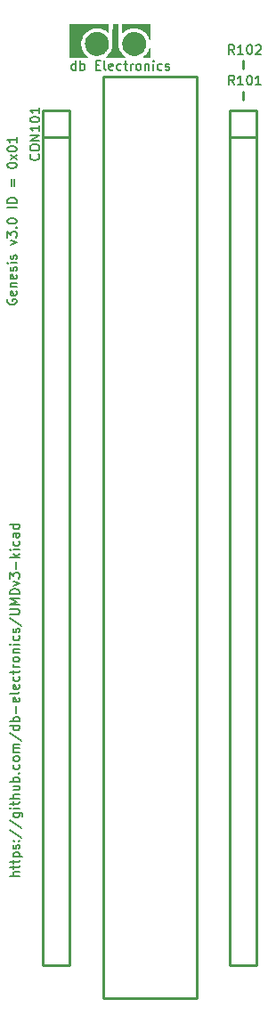
<source format=gto>
G04 #@! TF.GenerationSoftware,KiCad,Pcbnew,7.0.8*
G04 #@! TF.CreationDate,2023-12-16T13:01:39-05:00*
G04 #@! TF.ProjectId,genesis-umd,67656e65-7369-4732-9d75-6d642e6b6963,3.0*
G04 #@! TF.SameCoordinates,Original*
G04 #@! TF.FileFunction,Legend,Top*
G04 #@! TF.FilePolarity,Positive*
%FSLAX46Y46*%
G04 Gerber Fmt 4.6, Leading zero omitted, Abs format (unit mm)*
G04 Created by KiCad (PCBNEW 7.0.8) date 2023-12-16 13:01:39*
%MOMM*%
%LPD*%
G01*
G04 APERTURE LIST*
%ADD10C,0.152400*%
%ADD11C,0.203200*%
%ADD12C,0.254000*%
%ADD13C,0.010000*%
G04 APERTURE END LIST*
D10*
X137752667Y-60982344D02*
X137752667Y-60093344D01*
X137752667Y-60940011D02*
X137668001Y-60982344D01*
X137668001Y-60982344D02*
X137498667Y-60982344D01*
X137498667Y-60982344D02*
X137414001Y-60940011D01*
X137414001Y-60940011D02*
X137371667Y-60897677D01*
X137371667Y-60897677D02*
X137329334Y-60813011D01*
X137329334Y-60813011D02*
X137329334Y-60559011D01*
X137329334Y-60559011D02*
X137371667Y-60474344D01*
X137371667Y-60474344D02*
X137414001Y-60432011D01*
X137414001Y-60432011D02*
X137498667Y-60389677D01*
X137498667Y-60389677D02*
X137668001Y-60389677D01*
X137668001Y-60389677D02*
X137752667Y-60432011D01*
X138176000Y-60982344D02*
X138176000Y-60093344D01*
X138176000Y-60432011D02*
X138260667Y-60389677D01*
X138260667Y-60389677D02*
X138430000Y-60389677D01*
X138430000Y-60389677D02*
X138514667Y-60432011D01*
X138514667Y-60432011D02*
X138557000Y-60474344D01*
X138557000Y-60474344D02*
X138599334Y-60559011D01*
X138599334Y-60559011D02*
X138599334Y-60813011D01*
X138599334Y-60813011D02*
X138557000Y-60897677D01*
X138557000Y-60897677D02*
X138514667Y-60940011D01*
X138514667Y-60940011D02*
X138430000Y-60982344D01*
X138430000Y-60982344D02*
X138260667Y-60982344D01*
X138260667Y-60982344D02*
X138176000Y-60940011D01*
X139657666Y-60516677D02*
X139954000Y-60516677D01*
X140081000Y-60982344D02*
X139657666Y-60982344D01*
X139657666Y-60982344D02*
X139657666Y-60093344D01*
X139657666Y-60093344D02*
X140081000Y-60093344D01*
X140588999Y-60982344D02*
X140504333Y-60940011D01*
X140504333Y-60940011D02*
X140461999Y-60855344D01*
X140461999Y-60855344D02*
X140461999Y-60093344D01*
X141266333Y-60940011D02*
X141181666Y-60982344D01*
X141181666Y-60982344D02*
X141012333Y-60982344D01*
X141012333Y-60982344D02*
X140927666Y-60940011D01*
X140927666Y-60940011D02*
X140885333Y-60855344D01*
X140885333Y-60855344D02*
X140885333Y-60516677D01*
X140885333Y-60516677D02*
X140927666Y-60432011D01*
X140927666Y-60432011D02*
X141012333Y-60389677D01*
X141012333Y-60389677D02*
X141181666Y-60389677D01*
X141181666Y-60389677D02*
X141266333Y-60432011D01*
X141266333Y-60432011D02*
X141308666Y-60516677D01*
X141308666Y-60516677D02*
X141308666Y-60601344D01*
X141308666Y-60601344D02*
X140885333Y-60686011D01*
X142070666Y-60940011D02*
X141986000Y-60982344D01*
X141986000Y-60982344D02*
X141816666Y-60982344D01*
X141816666Y-60982344D02*
X141732000Y-60940011D01*
X141732000Y-60940011D02*
X141689666Y-60897677D01*
X141689666Y-60897677D02*
X141647333Y-60813011D01*
X141647333Y-60813011D02*
X141647333Y-60559011D01*
X141647333Y-60559011D02*
X141689666Y-60474344D01*
X141689666Y-60474344D02*
X141732000Y-60432011D01*
X141732000Y-60432011D02*
X141816666Y-60389677D01*
X141816666Y-60389677D02*
X141986000Y-60389677D01*
X141986000Y-60389677D02*
X142070666Y-60432011D01*
X142324666Y-60389677D02*
X142663333Y-60389677D01*
X142451666Y-60093344D02*
X142451666Y-60855344D01*
X142451666Y-60855344D02*
X142494000Y-60940011D01*
X142494000Y-60940011D02*
X142578666Y-60982344D01*
X142578666Y-60982344D02*
X142663333Y-60982344D01*
X142959666Y-60982344D02*
X142959666Y-60389677D01*
X142959666Y-60559011D02*
X143002000Y-60474344D01*
X143002000Y-60474344D02*
X143044333Y-60432011D01*
X143044333Y-60432011D02*
X143129000Y-60389677D01*
X143129000Y-60389677D02*
X143213666Y-60389677D01*
X143636999Y-60982344D02*
X143552333Y-60940011D01*
X143552333Y-60940011D02*
X143509999Y-60897677D01*
X143509999Y-60897677D02*
X143467666Y-60813011D01*
X143467666Y-60813011D02*
X143467666Y-60559011D01*
X143467666Y-60559011D02*
X143509999Y-60474344D01*
X143509999Y-60474344D02*
X143552333Y-60432011D01*
X143552333Y-60432011D02*
X143636999Y-60389677D01*
X143636999Y-60389677D02*
X143763999Y-60389677D01*
X143763999Y-60389677D02*
X143848666Y-60432011D01*
X143848666Y-60432011D02*
X143890999Y-60474344D01*
X143890999Y-60474344D02*
X143933333Y-60559011D01*
X143933333Y-60559011D02*
X143933333Y-60813011D01*
X143933333Y-60813011D02*
X143890999Y-60897677D01*
X143890999Y-60897677D02*
X143848666Y-60940011D01*
X143848666Y-60940011D02*
X143763999Y-60982344D01*
X143763999Y-60982344D02*
X143636999Y-60982344D01*
X144314332Y-60389677D02*
X144314332Y-60982344D01*
X144314332Y-60474344D02*
X144356666Y-60432011D01*
X144356666Y-60432011D02*
X144441332Y-60389677D01*
X144441332Y-60389677D02*
X144568332Y-60389677D01*
X144568332Y-60389677D02*
X144652999Y-60432011D01*
X144652999Y-60432011D02*
X144695332Y-60516677D01*
X144695332Y-60516677D02*
X144695332Y-60982344D01*
X145118665Y-60982344D02*
X145118665Y-60389677D01*
X145118665Y-60093344D02*
X145076332Y-60135677D01*
X145076332Y-60135677D02*
X145118665Y-60178011D01*
X145118665Y-60178011D02*
X145160999Y-60135677D01*
X145160999Y-60135677D02*
X145118665Y-60093344D01*
X145118665Y-60093344D02*
X145118665Y-60178011D01*
X145922998Y-60940011D02*
X145838332Y-60982344D01*
X145838332Y-60982344D02*
X145668998Y-60982344D01*
X145668998Y-60982344D02*
X145584332Y-60940011D01*
X145584332Y-60940011D02*
X145541998Y-60897677D01*
X145541998Y-60897677D02*
X145499665Y-60813011D01*
X145499665Y-60813011D02*
X145499665Y-60559011D01*
X145499665Y-60559011D02*
X145541998Y-60474344D01*
X145541998Y-60474344D02*
X145584332Y-60432011D01*
X145584332Y-60432011D02*
X145668998Y-60389677D01*
X145668998Y-60389677D02*
X145838332Y-60389677D01*
X145838332Y-60389677D02*
X145922998Y-60432011D01*
X146261665Y-60940011D02*
X146346332Y-60982344D01*
X146346332Y-60982344D02*
X146515665Y-60982344D01*
X146515665Y-60982344D02*
X146600332Y-60940011D01*
X146600332Y-60940011D02*
X146642665Y-60855344D01*
X146642665Y-60855344D02*
X146642665Y-60813011D01*
X146642665Y-60813011D02*
X146600332Y-60728344D01*
X146600332Y-60728344D02*
X146515665Y-60686011D01*
X146515665Y-60686011D02*
X146388665Y-60686011D01*
X146388665Y-60686011D02*
X146303998Y-60643677D01*
X146303998Y-60643677D02*
X146261665Y-60559011D01*
X146261665Y-60559011D02*
X146261665Y-60516677D01*
X146261665Y-60516677D02*
X146303998Y-60432011D01*
X146303998Y-60432011D02*
X146388665Y-60389677D01*
X146388665Y-60389677D02*
X146515665Y-60389677D01*
X146515665Y-60389677D02*
X146600332Y-60432011D01*
X131255677Y-82761666D02*
X131213344Y-82846333D01*
X131213344Y-82846333D02*
X131213344Y-82973333D01*
X131213344Y-82973333D02*
X131255677Y-83100333D01*
X131255677Y-83100333D02*
X131340344Y-83185000D01*
X131340344Y-83185000D02*
X131425011Y-83227333D01*
X131425011Y-83227333D02*
X131594344Y-83269666D01*
X131594344Y-83269666D02*
X131721344Y-83269666D01*
X131721344Y-83269666D02*
X131890677Y-83227333D01*
X131890677Y-83227333D02*
X131975344Y-83185000D01*
X131975344Y-83185000D02*
X132060011Y-83100333D01*
X132060011Y-83100333D02*
X132102344Y-82973333D01*
X132102344Y-82973333D02*
X132102344Y-82888666D01*
X132102344Y-82888666D02*
X132060011Y-82761666D01*
X132060011Y-82761666D02*
X132017677Y-82719333D01*
X132017677Y-82719333D02*
X131721344Y-82719333D01*
X131721344Y-82719333D02*
X131721344Y-82888666D01*
X132060011Y-81999666D02*
X132102344Y-82084333D01*
X132102344Y-82084333D02*
X132102344Y-82253666D01*
X132102344Y-82253666D02*
X132060011Y-82338333D01*
X132060011Y-82338333D02*
X131975344Y-82380666D01*
X131975344Y-82380666D02*
X131636677Y-82380666D01*
X131636677Y-82380666D02*
X131552011Y-82338333D01*
X131552011Y-82338333D02*
X131509677Y-82253666D01*
X131509677Y-82253666D02*
X131509677Y-82084333D01*
X131509677Y-82084333D02*
X131552011Y-81999666D01*
X131552011Y-81999666D02*
X131636677Y-81957333D01*
X131636677Y-81957333D02*
X131721344Y-81957333D01*
X131721344Y-81957333D02*
X131806011Y-82380666D01*
X131509677Y-81576333D02*
X132102344Y-81576333D01*
X131594344Y-81576333D02*
X131552011Y-81534000D01*
X131552011Y-81534000D02*
X131509677Y-81449333D01*
X131509677Y-81449333D02*
X131509677Y-81322333D01*
X131509677Y-81322333D02*
X131552011Y-81237666D01*
X131552011Y-81237666D02*
X131636677Y-81195333D01*
X131636677Y-81195333D02*
X132102344Y-81195333D01*
X132060011Y-80433333D02*
X132102344Y-80518000D01*
X132102344Y-80518000D02*
X132102344Y-80687333D01*
X132102344Y-80687333D02*
X132060011Y-80772000D01*
X132060011Y-80772000D02*
X131975344Y-80814333D01*
X131975344Y-80814333D02*
X131636677Y-80814333D01*
X131636677Y-80814333D02*
X131552011Y-80772000D01*
X131552011Y-80772000D02*
X131509677Y-80687333D01*
X131509677Y-80687333D02*
X131509677Y-80518000D01*
X131509677Y-80518000D02*
X131552011Y-80433333D01*
X131552011Y-80433333D02*
X131636677Y-80391000D01*
X131636677Y-80391000D02*
X131721344Y-80391000D01*
X131721344Y-80391000D02*
X131806011Y-80814333D01*
X132060011Y-80052333D02*
X132102344Y-79967667D01*
X132102344Y-79967667D02*
X132102344Y-79798333D01*
X132102344Y-79798333D02*
X132060011Y-79713667D01*
X132060011Y-79713667D02*
X131975344Y-79671333D01*
X131975344Y-79671333D02*
X131933011Y-79671333D01*
X131933011Y-79671333D02*
X131848344Y-79713667D01*
X131848344Y-79713667D02*
X131806011Y-79798333D01*
X131806011Y-79798333D02*
X131806011Y-79925333D01*
X131806011Y-79925333D02*
X131763677Y-80010000D01*
X131763677Y-80010000D02*
X131679011Y-80052333D01*
X131679011Y-80052333D02*
X131636677Y-80052333D01*
X131636677Y-80052333D02*
X131552011Y-80010000D01*
X131552011Y-80010000D02*
X131509677Y-79925333D01*
X131509677Y-79925333D02*
X131509677Y-79798333D01*
X131509677Y-79798333D02*
X131552011Y-79713667D01*
X132102344Y-79290333D02*
X131509677Y-79290333D01*
X131213344Y-79290333D02*
X131255677Y-79332666D01*
X131255677Y-79332666D02*
X131298011Y-79290333D01*
X131298011Y-79290333D02*
X131255677Y-79248000D01*
X131255677Y-79248000D02*
X131213344Y-79290333D01*
X131213344Y-79290333D02*
X131298011Y-79290333D01*
X132060011Y-78909333D02*
X132102344Y-78824667D01*
X132102344Y-78824667D02*
X132102344Y-78655333D01*
X132102344Y-78655333D02*
X132060011Y-78570667D01*
X132060011Y-78570667D02*
X131975344Y-78528333D01*
X131975344Y-78528333D02*
X131933011Y-78528333D01*
X131933011Y-78528333D02*
X131848344Y-78570667D01*
X131848344Y-78570667D02*
X131806011Y-78655333D01*
X131806011Y-78655333D02*
X131806011Y-78782333D01*
X131806011Y-78782333D02*
X131763677Y-78867000D01*
X131763677Y-78867000D02*
X131679011Y-78909333D01*
X131679011Y-78909333D02*
X131636677Y-78909333D01*
X131636677Y-78909333D02*
X131552011Y-78867000D01*
X131552011Y-78867000D02*
X131509677Y-78782333D01*
X131509677Y-78782333D02*
X131509677Y-78655333D01*
X131509677Y-78655333D02*
X131552011Y-78570667D01*
X131509677Y-77554667D02*
X132102344Y-77343000D01*
X132102344Y-77343000D02*
X131509677Y-77131333D01*
X131213344Y-76877334D02*
X131213344Y-76327000D01*
X131213344Y-76327000D02*
X131552011Y-76623334D01*
X131552011Y-76623334D02*
X131552011Y-76496334D01*
X131552011Y-76496334D02*
X131594344Y-76411667D01*
X131594344Y-76411667D02*
X131636677Y-76369334D01*
X131636677Y-76369334D02*
X131721344Y-76327000D01*
X131721344Y-76327000D02*
X131933011Y-76327000D01*
X131933011Y-76327000D02*
X132017677Y-76369334D01*
X132017677Y-76369334D02*
X132060011Y-76411667D01*
X132060011Y-76411667D02*
X132102344Y-76496334D01*
X132102344Y-76496334D02*
X132102344Y-76750334D01*
X132102344Y-76750334D02*
X132060011Y-76835000D01*
X132060011Y-76835000D02*
X132017677Y-76877334D01*
X132017677Y-75946000D02*
X132060011Y-75903667D01*
X132060011Y-75903667D02*
X132102344Y-75946000D01*
X132102344Y-75946000D02*
X132060011Y-75988333D01*
X132060011Y-75988333D02*
X132017677Y-75946000D01*
X132017677Y-75946000D02*
X132102344Y-75946000D01*
X131213344Y-75353334D02*
X131213344Y-75268667D01*
X131213344Y-75268667D02*
X131255677Y-75184000D01*
X131255677Y-75184000D02*
X131298011Y-75141667D01*
X131298011Y-75141667D02*
X131382677Y-75099334D01*
X131382677Y-75099334D02*
X131552011Y-75057000D01*
X131552011Y-75057000D02*
X131763677Y-75057000D01*
X131763677Y-75057000D02*
X131933011Y-75099334D01*
X131933011Y-75099334D02*
X132017677Y-75141667D01*
X132017677Y-75141667D02*
X132060011Y-75184000D01*
X132060011Y-75184000D02*
X132102344Y-75268667D01*
X132102344Y-75268667D02*
X132102344Y-75353334D01*
X132102344Y-75353334D02*
X132060011Y-75438000D01*
X132060011Y-75438000D02*
X132017677Y-75480334D01*
X132017677Y-75480334D02*
X131933011Y-75522667D01*
X131933011Y-75522667D02*
X131763677Y-75565000D01*
X131763677Y-75565000D02*
X131552011Y-75565000D01*
X131552011Y-75565000D02*
X131382677Y-75522667D01*
X131382677Y-75522667D02*
X131298011Y-75480334D01*
X131298011Y-75480334D02*
X131255677Y-75438000D01*
X131255677Y-75438000D02*
X131213344Y-75353334D01*
X132102344Y-73998667D02*
X131213344Y-73998667D01*
X132102344Y-73575334D02*
X131213344Y-73575334D01*
X131213344Y-73575334D02*
X131213344Y-73363667D01*
X131213344Y-73363667D02*
X131255677Y-73236667D01*
X131255677Y-73236667D02*
X131340344Y-73152001D01*
X131340344Y-73152001D02*
X131425011Y-73109667D01*
X131425011Y-73109667D02*
X131594344Y-73067334D01*
X131594344Y-73067334D02*
X131721344Y-73067334D01*
X131721344Y-73067334D02*
X131890677Y-73109667D01*
X131890677Y-73109667D02*
X131975344Y-73152001D01*
X131975344Y-73152001D02*
X132060011Y-73236667D01*
X132060011Y-73236667D02*
X132102344Y-73363667D01*
X132102344Y-73363667D02*
X132102344Y-73575334D01*
X131636677Y-72009001D02*
X131636677Y-71331668D01*
X131890677Y-71331668D02*
X131890677Y-72009001D01*
X131213344Y-70061668D02*
X131213344Y-69977001D01*
X131213344Y-69977001D02*
X131255677Y-69892334D01*
X131255677Y-69892334D02*
X131298011Y-69850001D01*
X131298011Y-69850001D02*
X131382677Y-69807668D01*
X131382677Y-69807668D02*
X131552011Y-69765334D01*
X131552011Y-69765334D02*
X131763677Y-69765334D01*
X131763677Y-69765334D02*
X131933011Y-69807668D01*
X131933011Y-69807668D02*
X132017677Y-69850001D01*
X132017677Y-69850001D02*
X132060011Y-69892334D01*
X132060011Y-69892334D02*
X132102344Y-69977001D01*
X132102344Y-69977001D02*
X132102344Y-70061668D01*
X132102344Y-70061668D02*
X132060011Y-70146334D01*
X132060011Y-70146334D02*
X132017677Y-70188668D01*
X132017677Y-70188668D02*
X131933011Y-70231001D01*
X131933011Y-70231001D02*
X131763677Y-70273334D01*
X131763677Y-70273334D02*
X131552011Y-70273334D01*
X131552011Y-70273334D02*
X131382677Y-70231001D01*
X131382677Y-70231001D02*
X131298011Y-70188668D01*
X131298011Y-70188668D02*
X131255677Y-70146334D01*
X131255677Y-70146334D02*
X131213344Y-70061668D01*
X132102344Y-69469001D02*
X131509677Y-69003334D01*
X131509677Y-69469001D02*
X132102344Y-69003334D01*
X131213344Y-68495334D02*
X131213344Y-68410667D01*
X131213344Y-68410667D02*
X131255677Y-68326000D01*
X131255677Y-68326000D02*
X131298011Y-68283667D01*
X131298011Y-68283667D02*
X131382677Y-68241334D01*
X131382677Y-68241334D02*
X131552011Y-68199000D01*
X131552011Y-68199000D02*
X131763677Y-68199000D01*
X131763677Y-68199000D02*
X131933011Y-68241334D01*
X131933011Y-68241334D02*
X132017677Y-68283667D01*
X132017677Y-68283667D02*
X132060011Y-68326000D01*
X132060011Y-68326000D02*
X132102344Y-68410667D01*
X132102344Y-68410667D02*
X132102344Y-68495334D01*
X132102344Y-68495334D02*
X132060011Y-68580000D01*
X132060011Y-68580000D02*
X132017677Y-68622334D01*
X132017677Y-68622334D02*
X131933011Y-68664667D01*
X131933011Y-68664667D02*
X131763677Y-68707000D01*
X131763677Y-68707000D02*
X131552011Y-68707000D01*
X131552011Y-68707000D02*
X131382677Y-68664667D01*
X131382677Y-68664667D02*
X131298011Y-68622334D01*
X131298011Y-68622334D02*
X131255677Y-68580000D01*
X131255677Y-68580000D02*
X131213344Y-68495334D01*
X132102344Y-67352333D02*
X132102344Y-67860333D01*
X132102344Y-67606333D02*
X131213344Y-67606333D01*
X131213344Y-67606333D02*
X131340344Y-67691000D01*
X131340344Y-67691000D02*
X131425011Y-67775667D01*
X131425011Y-67775667D02*
X131467344Y-67860333D01*
X132356344Y-137604496D02*
X131467344Y-137604496D01*
X132356344Y-137223496D02*
X131890677Y-137223496D01*
X131890677Y-137223496D02*
X131806011Y-137265829D01*
X131806011Y-137265829D02*
X131763677Y-137350496D01*
X131763677Y-137350496D02*
X131763677Y-137477496D01*
X131763677Y-137477496D02*
X131806011Y-137562163D01*
X131806011Y-137562163D02*
X131848344Y-137604496D01*
X131763677Y-136927163D02*
X131763677Y-136588496D01*
X131467344Y-136800163D02*
X132229344Y-136800163D01*
X132229344Y-136800163D02*
X132314011Y-136757830D01*
X132314011Y-136757830D02*
X132356344Y-136673163D01*
X132356344Y-136673163D02*
X132356344Y-136588496D01*
X131763677Y-136419163D02*
X131763677Y-136080496D01*
X131467344Y-136292163D02*
X132229344Y-136292163D01*
X132229344Y-136292163D02*
X132314011Y-136249830D01*
X132314011Y-136249830D02*
X132356344Y-136165163D01*
X132356344Y-136165163D02*
X132356344Y-136080496D01*
X131763677Y-135784163D02*
X132652677Y-135784163D01*
X131806011Y-135784163D02*
X131763677Y-135699496D01*
X131763677Y-135699496D02*
X131763677Y-135530163D01*
X131763677Y-135530163D02*
X131806011Y-135445496D01*
X131806011Y-135445496D02*
X131848344Y-135403163D01*
X131848344Y-135403163D02*
X131933011Y-135360830D01*
X131933011Y-135360830D02*
X132187011Y-135360830D01*
X132187011Y-135360830D02*
X132271677Y-135403163D01*
X132271677Y-135403163D02*
X132314011Y-135445496D01*
X132314011Y-135445496D02*
X132356344Y-135530163D01*
X132356344Y-135530163D02*
X132356344Y-135699496D01*
X132356344Y-135699496D02*
X132314011Y-135784163D01*
X132314011Y-135022163D02*
X132356344Y-134937497D01*
X132356344Y-134937497D02*
X132356344Y-134768163D01*
X132356344Y-134768163D02*
X132314011Y-134683497D01*
X132314011Y-134683497D02*
X132229344Y-134641163D01*
X132229344Y-134641163D02*
X132187011Y-134641163D01*
X132187011Y-134641163D02*
X132102344Y-134683497D01*
X132102344Y-134683497D02*
X132060011Y-134768163D01*
X132060011Y-134768163D02*
X132060011Y-134895163D01*
X132060011Y-134895163D02*
X132017677Y-134979830D01*
X132017677Y-134979830D02*
X131933011Y-135022163D01*
X131933011Y-135022163D02*
X131890677Y-135022163D01*
X131890677Y-135022163D02*
X131806011Y-134979830D01*
X131806011Y-134979830D02*
X131763677Y-134895163D01*
X131763677Y-134895163D02*
X131763677Y-134768163D01*
X131763677Y-134768163D02*
X131806011Y-134683497D01*
X132271677Y-134260163D02*
X132314011Y-134217830D01*
X132314011Y-134217830D02*
X132356344Y-134260163D01*
X132356344Y-134260163D02*
X132314011Y-134302496D01*
X132314011Y-134302496D02*
X132271677Y-134260163D01*
X132271677Y-134260163D02*
X132356344Y-134260163D01*
X131806011Y-134260163D02*
X131848344Y-134217830D01*
X131848344Y-134217830D02*
X131890677Y-134260163D01*
X131890677Y-134260163D02*
X131848344Y-134302496D01*
X131848344Y-134302496D02*
X131806011Y-134260163D01*
X131806011Y-134260163D02*
X131890677Y-134260163D01*
X131425011Y-133201830D02*
X132568011Y-133963830D01*
X131425011Y-132270497D02*
X132568011Y-133032497D01*
X131763677Y-131593164D02*
X132483344Y-131593164D01*
X132483344Y-131593164D02*
X132568011Y-131635497D01*
X132568011Y-131635497D02*
X132610344Y-131677831D01*
X132610344Y-131677831D02*
X132652677Y-131762497D01*
X132652677Y-131762497D02*
X132652677Y-131889497D01*
X132652677Y-131889497D02*
X132610344Y-131974164D01*
X132314011Y-131593164D02*
X132356344Y-131677831D01*
X132356344Y-131677831D02*
X132356344Y-131847164D01*
X132356344Y-131847164D02*
X132314011Y-131931831D01*
X132314011Y-131931831D02*
X132271677Y-131974164D01*
X132271677Y-131974164D02*
X132187011Y-132016497D01*
X132187011Y-132016497D02*
X131933011Y-132016497D01*
X131933011Y-132016497D02*
X131848344Y-131974164D01*
X131848344Y-131974164D02*
X131806011Y-131931831D01*
X131806011Y-131931831D02*
X131763677Y-131847164D01*
X131763677Y-131847164D02*
X131763677Y-131677831D01*
X131763677Y-131677831D02*
X131806011Y-131593164D01*
X132356344Y-131169831D02*
X131763677Y-131169831D01*
X131467344Y-131169831D02*
X131509677Y-131212164D01*
X131509677Y-131212164D02*
X131552011Y-131169831D01*
X131552011Y-131169831D02*
X131509677Y-131127498D01*
X131509677Y-131127498D02*
X131467344Y-131169831D01*
X131467344Y-131169831D02*
X131552011Y-131169831D01*
X131763677Y-130873498D02*
X131763677Y-130534831D01*
X131467344Y-130746498D02*
X132229344Y-130746498D01*
X132229344Y-130746498D02*
X132314011Y-130704165D01*
X132314011Y-130704165D02*
X132356344Y-130619498D01*
X132356344Y-130619498D02*
X132356344Y-130534831D01*
X132356344Y-130238498D02*
X131467344Y-130238498D01*
X132356344Y-129857498D02*
X131890677Y-129857498D01*
X131890677Y-129857498D02*
X131806011Y-129899831D01*
X131806011Y-129899831D02*
X131763677Y-129984498D01*
X131763677Y-129984498D02*
X131763677Y-130111498D01*
X131763677Y-130111498D02*
X131806011Y-130196165D01*
X131806011Y-130196165D02*
X131848344Y-130238498D01*
X131763677Y-129053165D02*
X132356344Y-129053165D01*
X131763677Y-129434165D02*
X132229344Y-129434165D01*
X132229344Y-129434165D02*
X132314011Y-129391832D01*
X132314011Y-129391832D02*
X132356344Y-129307165D01*
X132356344Y-129307165D02*
X132356344Y-129180165D01*
X132356344Y-129180165D02*
X132314011Y-129095498D01*
X132314011Y-129095498D02*
X132271677Y-129053165D01*
X132356344Y-128629832D02*
X131467344Y-128629832D01*
X131806011Y-128629832D02*
X131763677Y-128545165D01*
X131763677Y-128545165D02*
X131763677Y-128375832D01*
X131763677Y-128375832D02*
X131806011Y-128291165D01*
X131806011Y-128291165D02*
X131848344Y-128248832D01*
X131848344Y-128248832D02*
X131933011Y-128206499D01*
X131933011Y-128206499D02*
X132187011Y-128206499D01*
X132187011Y-128206499D02*
X132271677Y-128248832D01*
X132271677Y-128248832D02*
X132314011Y-128291165D01*
X132314011Y-128291165D02*
X132356344Y-128375832D01*
X132356344Y-128375832D02*
X132356344Y-128545165D01*
X132356344Y-128545165D02*
X132314011Y-128629832D01*
X132271677Y-127825499D02*
X132314011Y-127783166D01*
X132314011Y-127783166D02*
X132356344Y-127825499D01*
X132356344Y-127825499D02*
X132314011Y-127867832D01*
X132314011Y-127867832D02*
X132271677Y-127825499D01*
X132271677Y-127825499D02*
X132356344Y-127825499D01*
X132314011Y-127021166D02*
X132356344Y-127105833D01*
X132356344Y-127105833D02*
X132356344Y-127275166D01*
X132356344Y-127275166D02*
X132314011Y-127359833D01*
X132314011Y-127359833D02*
X132271677Y-127402166D01*
X132271677Y-127402166D02*
X132187011Y-127444499D01*
X132187011Y-127444499D02*
X131933011Y-127444499D01*
X131933011Y-127444499D02*
X131848344Y-127402166D01*
X131848344Y-127402166D02*
X131806011Y-127359833D01*
X131806011Y-127359833D02*
X131763677Y-127275166D01*
X131763677Y-127275166D02*
X131763677Y-127105833D01*
X131763677Y-127105833D02*
X131806011Y-127021166D01*
X132356344Y-126513166D02*
X132314011Y-126597833D01*
X132314011Y-126597833D02*
X132271677Y-126640166D01*
X132271677Y-126640166D02*
X132187011Y-126682499D01*
X132187011Y-126682499D02*
X131933011Y-126682499D01*
X131933011Y-126682499D02*
X131848344Y-126640166D01*
X131848344Y-126640166D02*
X131806011Y-126597833D01*
X131806011Y-126597833D02*
X131763677Y-126513166D01*
X131763677Y-126513166D02*
X131763677Y-126386166D01*
X131763677Y-126386166D02*
X131806011Y-126301499D01*
X131806011Y-126301499D02*
X131848344Y-126259166D01*
X131848344Y-126259166D02*
X131933011Y-126216833D01*
X131933011Y-126216833D02*
X132187011Y-126216833D01*
X132187011Y-126216833D02*
X132271677Y-126259166D01*
X132271677Y-126259166D02*
X132314011Y-126301499D01*
X132314011Y-126301499D02*
X132356344Y-126386166D01*
X132356344Y-126386166D02*
X132356344Y-126513166D01*
X132356344Y-125835833D02*
X131763677Y-125835833D01*
X131848344Y-125835833D02*
X131806011Y-125793500D01*
X131806011Y-125793500D02*
X131763677Y-125708833D01*
X131763677Y-125708833D02*
X131763677Y-125581833D01*
X131763677Y-125581833D02*
X131806011Y-125497166D01*
X131806011Y-125497166D02*
X131890677Y-125454833D01*
X131890677Y-125454833D02*
X132356344Y-125454833D01*
X131890677Y-125454833D02*
X131806011Y-125412500D01*
X131806011Y-125412500D02*
X131763677Y-125327833D01*
X131763677Y-125327833D02*
X131763677Y-125200833D01*
X131763677Y-125200833D02*
X131806011Y-125116166D01*
X131806011Y-125116166D02*
X131890677Y-125073833D01*
X131890677Y-125073833D02*
X132356344Y-125073833D01*
X131425011Y-124015500D02*
X132568011Y-124777500D01*
X132356344Y-123338167D02*
X131467344Y-123338167D01*
X132314011Y-123338167D02*
X132356344Y-123422834D01*
X132356344Y-123422834D02*
X132356344Y-123592167D01*
X132356344Y-123592167D02*
X132314011Y-123676834D01*
X132314011Y-123676834D02*
X132271677Y-123719167D01*
X132271677Y-123719167D02*
X132187011Y-123761500D01*
X132187011Y-123761500D02*
X131933011Y-123761500D01*
X131933011Y-123761500D02*
X131848344Y-123719167D01*
X131848344Y-123719167D02*
X131806011Y-123676834D01*
X131806011Y-123676834D02*
X131763677Y-123592167D01*
X131763677Y-123592167D02*
X131763677Y-123422834D01*
X131763677Y-123422834D02*
X131806011Y-123338167D01*
X132356344Y-122914834D02*
X131467344Y-122914834D01*
X131806011Y-122914834D02*
X131763677Y-122830167D01*
X131763677Y-122830167D02*
X131763677Y-122660834D01*
X131763677Y-122660834D02*
X131806011Y-122576167D01*
X131806011Y-122576167D02*
X131848344Y-122533834D01*
X131848344Y-122533834D02*
X131933011Y-122491501D01*
X131933011Y-122491501D02*
X132187011Y-122491501D01*
X132187011Y-122491501D02*
X132271677Y-122533834D01*
X132271677Y-122533834D02*
X132314011Y-122576167D01*
X132314011Y-122576167D02*
X132356344Y-122660834D01*
X132356344Y-122660834D02*
X132356344Y-122830167D01*
X132356344Y-122830167D02*
X132314011Y-122914834D01*
X132017677Y-122110501D02*
X132017677Y-121433168D01*
X132314011Y-120671167D02*
X132356344Y-120755834D01*
X132356344Y-120755834D02*
X132356344Y-120925167D01*
X132356344Y-120925167D02*
X132314011Y-121009834D01*
X132314011Y-121009834D02*
X132229344Y-121052167D01*
X132229344Y-121052167D02*
X131890677Y-121052167D01*
X131890677Y-121052167D02*
X131806011Y-121009834D01*
X131806011Y-121009834D02*
X131763677Y-120925167D01*
X131763677Y-120925167D02*
X131763677Y-120755834D01*
X131763677Y-120755834D02*
X131806011Y-120671167D01*
X131806011Y-120671167D02*
X131890677Y-120628834D01*
X131890677Y-120628834D02*
X131975344Y-120628834D01*
X131975344Y-120628834D02*
X132060011Y-121052167D01*
X132356344Y-120120834D02*
X132314011Y-120205501D01*
X132314011Y-120205501D02*
X132229344Y-120247834D01*
X132229344Y-120247834D02*
X131467344Y-120247834D01*
X132314011Y-119443500D02*
X132356344Y-119528167D01*
X132356344Y-119528167D02*
X132356344Y-119697500D01*
X132356344Y-119697500D02*
X132314011Y-119782167D01*
X132314011Y-119782167D02*
X132229344Y-119824500D01*
X132229344Y-119824500D02*
X131890677Y-119824500D01*
X131890677Y-119824500D02*
X131806011Y-119782167D01*
X131806011Y-119782167D02*
X131763677Y-119697500D01*
X131763677Y-119697500D02*
X131763677Y-119528167D01*
X131763677Y-119528167D02*
X131806011Y-119443500D01*
X131806011Y-119443500D02*
X131890677Y-119401167D01*
X131890677Y-119401167D02*
X131975344Y-119401167D01*
X131975344Y-119401167D02*
X132060011Y-119824500D01*
X132314011Y-118639167D02*
X132356344Y-118723834D01*
X132356344Y-118723834D02*
X132356344Y-118893167D01*
X132356344Y-118893167D02*
X132314011Y-118977834D01*
X132314011Y-118977834D02*
X132271677Y-119020167D01*
X132271677Y-119020167D02*
X132187011Y-119062500D01*
X132187011Y-119062500D02*
X131933011Y-119062500D01*
X131933011Y-119062500D02*
X131848344Y-119020167D01*
X131848344Y-119020167D02*
X131806011Y-118977834D01*
X131806011Y-118977834D02*
X131763677Y-118893167D01*
X131763677Y-118893167D02*
X131763677Y-118723834D01*
X131763677Y-118723834D02*
X131806011Y-118639167D01*
X131763677Y-118385167D02*
X131763677Y-118046500D01*
X131467344Y-118258167D02*
X132229344Y-118258167D01*
X132229344Y-118258167D02*
X132314011Y-118215834D01*
X132314011Y-118215834D02*
X132356344Y-118131167D01*
X132356344Y-118131167D02*
X132356344Y-118046500D01*
X132356344Y-117750167D02*
X131763677Y-117750167D01*
X131933011Y-117750167D02*
X131848344Y-117707834D01*
X131848344Y-117707834D02*
X131806011Y-117665500D01*
X131806011Y-117665500D02*
X131763677Y-117580834D01*
X131763677Y-117580834D02*
X131763677Y-117496167D01*
X132356344Y-117072834D02*
X132314011Y-117157501D01*
X132314011Y-117157501D02*
X132271677Y-117199834D01*
X132271677Y-117199834D02*
X132187011Y-117242167D01*
X132187011Y-117242167D02*
X131933011Y-117242167D01*
X131933011Y-117242167D02*
X131848344Y-117199834D01*
X131848344Y-117199834D02*
X131806011Y-117157501D01*
X131806011Y-117157501D02*
X131763677Y-117072834D01*
X131763677Y-117072834D02*
X131763677Y-116945834D01*
X131763677Y-116945834D02*
X131806011Y-116861167D01*
X131806011Y-116861167D02*
X131848344Y-116818834D01*
X131848344Y-116818834D02*
X131933011Y-116776501D01*
X131933011Y-116776501D02*
X132187011Y-116776501D01*
X132187011Y-116776501D02*
X132271677Y-116818834D01*
X132271677Y-116818834D02*
X132314011Y-116861167D01*
X132314011Y-116861167D02*
X132356344Y-116945834D01*
X132356344Y-116945834D02*
X132356344Y-117072834D01*
X131763677Y-116395501D02*
X132356344Y-116395501D01*
X131848344Y-116395501D02*
X131806011Y-116353168D01*
X131806011Y-116353168D02*
X131763677Y-116268501D01*
X131763677Y-116268501D02*
X131763677Y-116141501D01*
X131763677Y-116141501D02*
X131806011Y-116056834D01*
X131806011Y-116056834D02*
X131890677Y-116014501D01*
X131890677Y-116014501D02*
X132356344Y-116014501D01*
X132356344Y-115591168D02*
X131763677Y-115591168D01*
X131467344Y-115591168D02*
X131509677Y-115633501D01*
X131509677Y-115633501D02*
X131552011Y-115591168D01*
X131552011Y-115591168D02*
X131509677Y-115548835D01*
X131509677Y-115548835D02*
X131467344Y-115591168D01*
X131467344Y-115591168D02*
X131552011Y-115591168D01*
X132314011Y-114786835D02*
X132356344Y-114871502D01*
X132356344Y-114871502D02*
X132356344Y-115040835D01*
X132356344Y-115040835D02*
X132314011Y-115125502D01*
X132314011Y-115125502D02*
X132271677Y-115167835D01*
X132271677Y-115167835D02*
X132187011Y-115210168D01*
X132187011Y-115210168D02*
X131933011Y-115210168D01*
X131933011Y-115210168D02*
X131848344Y-115167835D01*
X131848344Y-115167835D02*
X131806011Y-115125502D01*
X131806011Y-115125502D02*
X131763677Y-115040835D01*
X131763677Y-115040835D02*
X131763677Y-114871502D01*
X131763677Y-114871502D02*
X131806011Y-114786835D01*
X132314011Y-114448168D02*
X132356344Y-114363502D01*
X132356344Y-114363502D02*
X132356344Y-114194168D01*
X132356344Y-114194168D02*
X132314011Y-114109502D01*
X132314011Y-114109502D02*
X132229344Y-114067168D01*
X132229344Y-114067168D02*
X132187011Y-114067168D01*
X132187011Y-114067168D02*
X132102344Y-114109502D01*
X132102344Y-114109502D02*
X132060011Y-114194168D01*
X132060011Y-114194168D02*
X132060011Y-114321168D01*
X132060011Y-114321168D02*
X132017677Y-114405835D01*
X132017677Y-114405835D02*
X131933011Y-114448168D01*
X131933011Y-114448168D02*
X131890677Y-114448168D01*
X131890677Y-114448168D02*
X131806011Y-114405835D01*
X131806011Y-114405835D02*
X131763677Y-114321168D01*
X131763677Y-114321168D02*
X131763677Y-114194168D01*
X131763677Y-114194168D02*
X131806011Y-114109502D01*
X131425011Y-113051168D02*
X132568011Y-113813168D01*
X131467344Y-112754835D02*
X132187011Y-112754835D01*
X132187011Y-112754835D02*
X132271677Y-112712502D01*
X132271677Y-112712502D02*
X132314011Y-112670168D01*
X132314011Y-112670168D02*
X132356344Y-112585502D01*
X132356344Y-112585502D02*
X132356344Y-112416168D01*
X132356344Y-112416168D02*
X132314011Y-112331502D01*
X132314011Y-112331502D02*
X132271677Y-112289168D01*
X132271677Y-112289168D02*
X132187011Y-112246835D01*
X132187011Y-112246835D02*
X131467344Y-112246835D01*
X132356344Y-111823502D02*
X131467344Y-111823502D01*
X131467344Y-111823502D02*
X132102344Y-111527169D01*
X132102344Y-111527169D02*
X131467344Y-111230835D01*
X131467344Y-111230835D02*
X132356344Y-111230835D01*
X132356344Y-110807502D02*
X131467344Y-110807502D01*
X131467344Y-110807502D02*
X131467344Y-110595835D01*
X131467344Y-110595835D02*
X131509677Y-110468835D01*
X131509677Y-110468835D02*
X131594344Y-110384169D01*
X131594344Y-110384169D02*
X131679011Y-110341835D01*
X131679011Y-110341835D02*
X131848344Y-110299502D01*
X131848344Y-110299502D02*
X131975344Y-110299502D01*
X131975344Y-110299502D02*
X132144677Y-110341835D01*
X132144677Y-110341835D02*
X132229344Y-110384169D01*
X132229344Y-110384169D02*
X132314011Y-110468835D01*
X132314011Y-110468835D02*
X132356344Y-110595835D01*
X132356344Y-110595835D02*
X132356344Y-110807502D01*
X131763677Y-110003169D02*
X132356344Y-109791502D01*
X132356344Y-109791502D02*
X131763677Y-109579835D01*
X131467344Y-109325836D02*
X131467344Y-108775502D01*
X131467344Y-108775502D02*
X131806011Y-109071836D01*
X131806011Y-109071836D02*
X131806011Y-108944836D01*
X131806011Y-108944836D02*
X131848344Y-108860169D01*
X131848344Y-108860169D02*
X131890677Y-108817836D01*
X131890677Y-108817836D02*
X131975344Y-108775502D01*
X131975344Y-108775502D02*
X132187011Y-108775502D01*
X132187011Y-108775502D02*
X132271677Y-108817836D01*
X132271677Y-108817836D02*
X132314011Y-108860169D01*
X132314011Y-108860169D02*
X132356344Y-108944836D01*
X132356344Y-108944836D02*
X132356344Y-109198836D01*
X132356344Y-109198836D02*
X132314011Y-109283502D01*
X132314011Y-109283502D02*
X132271677Y-109325836D01*
X132017677Y-108394502D02*
X132017677Y-107717169D01*
X132356344Y-107293835D02*
X131467344Y-107293835D01*
X132017677Y-107209168D02*
X132356344Y-106955168D01*
X131763677Y-106955168D02*
X132102344Y-107293835D01*
X132356344Y-106574168D02*
X131763677Y-106574168D01*
X131467344Y-106574168D02*
X131509677Y-106616501D01*
X131509677Y-106616501D02*
X131552011Y-106574168D01*
X131552011Y-106574168D02*
X131509677Y-106531835D01*
X131509677Y-106531835D02*
X131467344Y-106574168D01*
X131467344Y-106574168D02*
X131552011Y-106574168D01*
X132314011Y-105769835D02*
X132356344Y-105854502D01*
X132356344Y-105854502D02*
X132356344Y-106023835D01*
X132356344Y-106023835D02*
X132314011Y-106108502D01*
X132314011Y-106108502D02*
X132271677Y-106150835D01*
X132271677Y-106150835D02*
X132187011Y-106193168D01*
X132187011Y-106193168D02*
X131933011Y-106193168D01*
X131933011Y-106193168D02*
X131848344Y-106150835D01*
X131848344Y-106150835D02*
X131806011Y-106108502D01*
X131806011Y-106108502D02*
X131763677Y-106023835D01*
X131763677Y-106023835D02*
X131763677Y-105854502D01*
X131763677Y-105854502D02*
X131806011Y-105769835D01*
X132356344Y-105007835D02*
X131890677Y-105007835D01*
X131890677Y-105007835D02*
X131806011Y-105050168D01*
X131806011Y-105050168D02*
X131763677Y-105134835D01*
X131763677Y-105134835D02*
X131763677Y-105304168D01*
X131763677Y-105304168D02*
X131806011Y-105388835D01*
X132314011Y-105007835D02*
X132356344Y-105092502D01*
X132356344Y-105092502D02*
X132356344Y-105304168D01*
X132356344Y-105304168D02*
X132314011Y-105388835D01*
X132314011Y-105388835D02*
X132229344Y-105431168D01*
X132229344Y-105431168D02*
X132144677Y-105431168D01*
X132144677Y-105431168D02*
X132060011Y-105388835D01*
X132060011Y-105388835D02*
X132017677Y-105304168D01*
X132017677Y-105304168D02*
X132017677Y-105092502D01*
X132017677Y-105092502D02*
X131975344Y-105007835D01*
X132356344Y-104203502D02*
X131467344Y-104203502D01*
X132314011Y-104203502D02*
X132356344Y-104288169D01*
X132356344Y-104288169D02*
X132356344Y-104457502D01*
X132356344Y-104457502D02*
X132314011Y-104542169D01*
X132314011Y-104542169D02*
X132271677Y-104584502D01*
X132271677Y-104584502D02*
X132187011Y-104626835D01*
X132187011Y-104626835D02*
X131933011Y-104626835D01*
X131933011Y-104626835D02*
X131848344Y-104584502D01*
X131848344Y-104584502D02*
X131806011Y-104542169D01*
X131806011Y-104542169D02*
X131763677Y-104457502D01*
X131763677Y-104457502D02*
X131763677Y-104288169D01*
X131763677Y-104288169D02*
X131806011Y-104203502D01*
D11*
X152802166Y-62376702D02*
X152505833Y-61953369D01*
X152294166Y-62376702D02*
X152294166Y-61487702D01*
X152294166Y-61487702D02*
X152632833Y-61487702D01*
X152632833Y-61487702D02*
X152717500Y-61530035D01*
X152717500Y-61530035D02*
X152759833Y-61572369D01*
X152759833Y-61572369D02*
X152802166Y-61657035D01*
X152802166Y-61657035D02*
X152802166Y-61784035D01*
X152802166Y-61784035D02*
X152759833Y-61868702D01*
X152759833Y-61868702D02*
X152717500Y-61911035D01*
X152717500Y-61911035D02*
X152632833Y-61953369D01*
X152632833Y-61953369D02*
X152294166Y-61953369D01*
X153648833Y-62376702D02*
X153140833Y-62376702D01*
X153394833Y-62376702D02*
X153394833Y-61487702D01*
X153394833Y-61487702D02*
X153310166Y-61614702D01*
X153310166Y-61614702D02*
X153225500Y-61699369D01*
X153225500Y-61699369D02*
X153140833Y-61741702D01*
X154199167Y-61487702D02*
X154283833Y-61487702D01*
X154283833Y-61487702D02*
X154368500Y-61530035D01*
X154368500Y-61530035D02*
X154410833Y-61572369D01*
X154410833Y-61572369D02*
X154453167Y-61657035D01*
X154453167Y-61657035D02*
X154495500Y-61826369D01*
X154495500Y-61826369D02*
X154495500Y-62038035D01*
X154495500Y-62038035D02*
X154453167Y-62207369D01*
X154453167Y-62207369D02*
X154410833Y-62292035D01*
X154410833Y-62292035D02*
X154368500Y-62334369D01*
X154368500Y-62334369D02*
X154283833Y-62376702D01*
X154283833Y-62376702D02*
X154199167Y-62376702D01*
X154199167Y-62376702D02*
X154114500Y-62334369D01*
X154114500Y-62334369D02*
X154072167Y-62292035D01*
X154072167Y-62292035D02*
X154029833Y-62207369D01*
X154029833Y-62207369D02*
X153987500Y-62038035D01*
X153987500Y-62038035D02*
X153987500Y-61826369D01*
X153987500Y-61826369D02*
X154029833Y-61657035D01*
X154029833Y-61657035D02*
X154072167Y-61572369D01*
X154072167Y-61572369D02*
X154114500Y-61530035D01*
X154114500Y-61530035D02*
X154199167Y-61487702D01*
X155342167Y-62376702D02*
X154834167Y-62376702D01*
X155088167Y-62376702D02*
X155088167Y-61487702D01*
X155088167Y-61487702D02*
X155003500Y-61614702D01*
X155003500Y-61614702D02*
X154918834Y-61699369D01*
X154918834Y-61699369D02*
X154834167Y-61741702D01*
X152802166Y-59455702D02*
X152505833Y-59032369D01*
X152294166Y-59455702D02*
X152294166Y-58566702D01*
X152294166Y-58566702D02*
X152632833Y-58566702D01*
X152632833Y-58566702D02*
X152717500Y-58609035D01*
X152717500Y-58609035D02*
X152759833Y-58651369D01*
X152759833Y-58651369D02*
X152802166Y-58736035D01*
X152802166Y-58736035D02*
X152802166Y-58863035D01*
X152802166Y-58863035D02*
X152759833Y-58947702D01*
X152759833Y-58947702D02*
X152717500Y-58990035D01*
X152717500Y-58990035D02*
X152632833Y-59032369D01*
X152632833Y-59032369D02*
X152294166Y-59032369D01*
X153648833Y-59455702D02*
X153140833Y-59455702D01*
X153394833Y-59455702D02*
X153394833Y-58566702D01*
X153394833Y-58566702D02*
X153310166Y-58693702D01*
X153310166Y-58693702D02*
X153225500Y-58778369D01*
X153225500Y-58778369D02*
X153140833Y-58820702D01*
X154199167Y-58566702D02*
X154283833Y-58566702D01*
X154283833Y-58566702D02*
X154368500Y-58609035D01*
X154368500Y-58609035D02*
X154410833Y-58651369D01*
X154410833Y-58651369D02*
X154453167Y-58736035D01*
X154453167Y-58736035D02*
X154495500Y-58905369D01*
X154495500Y-58905369D02*
X154495500Y-59117035D01*
X154495500Y-59117035D02*
X154453167Y-59286369D01*
X154453167Y-59286369D02*
X154410833Y-59371035D01*
X154410833Y-59371035D02*
X154368500Y-59413369D01*
X154368500Y-59413369D02*
X154283833Y-59455702D01*
X154283833Y-59455702D02*
X154199167Y-59455702D01*
X154199167Y-59455702D02*
X154114500Y-59413369D01*
X154114500Y-59413369D02*
X154072167Y-59371035D01*
X154072167Y-59371035D02*
X154029833Y-59286369D01*
X154029833Y-59286369D02*
X153987500Y-59117035D01*
X153987500Y-59117035D02*
X153987500Y-58905369D01*
X153987500Y-58905369D02*
X154029833Y-58736035D01*
X154029833Y-58736035D02*
X154072167Y-58651369D01*
X154072167Y-58651369D02*
X154114500Y-58609035D01*
X154114500Y-58609035D02*
X154199167Y-58566702D01*
X154834167Y-58651369D02*
X154876500Y-58609035D01*
X154876500Y-58609035D02*
X154961167Y-58566702D01*
X154961167Y-58566702D02*
X155172834Y-58566702D01*
X155172834Y-58566702D02*
X155257500Y-58609035D01*
X155257500Y-58609035D02*
X155299834Y-58651369D01*
X155299834Y-58651369D02*
X155342167Y-58736035D01*
X155342167Y-58736035D02*
X155342167Y-58820702D01*
X155342167Y-58820702D02*
X155299834Y-58947702D01*
X155299834Y-58947702D02*
X154791834Y-59455702D01*
X154791834Y-59455702D02*
X155342167Y-59455702D01*
X134174035Y-68982166D02*
X134216369Y-69024499D01*
X134216369Y-69024499D02*
X134258702Y-69151499D01*
X134258702Y-69151499D02*
X134258702Y-69236166D01*
X134258702Y-69236166D02*
X134216369Y-69363166D01*
X134216369Y-69363166D02*
X134131702Y-69447833D01*
X134131702Y-69447833D02*
X134047035Y-69490166D01*
X134047035Y-69490166D02*
X133877702Y-69532499D01*
X133877702Y-69532499D02*
X133750702Y-69532499D01*
X133750702Y-69532499D02*
X133581369Y-69490166D01*
X133581369Y-69490166D02*
X133496702Y-69447833D01*
X133496702Y-69447833D02*
X133412035Y-69363166D01*
X133412035Y-69363166D02*
X133369702Y-69236166D01*
X133369702Y-69236166D02*
X133369702Y-69151499D01*
X133369702Y-69151499D02*
X133412035Y-69024499D01*
X133412035Y-69024499D02*
X133454369Y-68982166D01*
X133369702Y-68431833D02*
X133369702Y-68262499D01*
X133369702Y-68262499D02*
X133412035Y-68177833D01*
X133412035Y-68177833D02*
X133496702Y-68093166D01*
X133496702Y-68093166D02*
X133666035Y-68050833D01*
X133666035Y-68050833D02*
X133962369Y-68050833D01*
X133962369Y-68050833D02*
X134131702Y-68093166D01*
X134131702Y-68093166D02*
X134216369Y-68177833D01*
X134216369Y-68177833D02*
X134258702Y-68262499D01*
X134258702Y-68262499D02*
X134258702Y-68431833D01*
X134258702Y-68431833D02*
X134216369Y-68516499D01*
X134216369Y-68516499D02*
X134131702Y-68601166D01*
X134131702Y-68601166D02*
X133962369Y-68643499D01*
X133962369Y-68643499D02*
X133666035Y-68643499D01*
X133666035Y-68643499D02*
X133496702Y-68601166D01*
X133496702Y-68601166D02*
X133412035Y-68516499D01*
X133412035Y-68516499D02*
X133369702Y-68431833D01*
X134258702Y-67669833D02*
X133369702Y-67669833D01*
X133369702Y-67669833D02*
X134258702Y-67161833D01*
X134258702Y-67161833D02*
X133369702Y-67161833D01*
X134258702Y-66272833D02*
X134258702Y-66780833D01*
X134258702Y-66526833D02*
X133369702Y-66526833D01*
X133369702Y-66526833D02*
X133496702Y-66611500D01*
X133496702Y-66611500D02*
X133581369Y-66696167D01*
X133581369Y-66696167D02*
X133623702Y-66780833D01*
X133369702Y-65722500D02*
X133369702Y-65637833D01*
X133369702Y-65637833D02*
X133412035Y-65553166D01*
X133412035Y-65553166D02*
X133454369Y-65510833D01*
X133454369Y-65510833D02*
X133539035Y-65468500D01*
X133539035Y-65468500D02*
X133708369Y-65426166D01*
X133708369Y-65426166D02*
X133920035Y-65426166D01*
X133920035Y-65426166D02*
X134089369Y-65468500D01*
X134089369Y-65468500D02*
X134174035Y-65510833D01*
X134174035Y-65510833D02*
X134216369Y-65553166D01*
X134216369Y-65553166D02*
X134258702Y-65637833D01*
X134258702Y-65637833D02*
X134258702Y-65722500D01*
X134258702Y-65722500D02*
X134216369Y-65807166D01*
X134216369Y-65807166D02*
X134174035Y-65849500D01*
X134174035Y-65849500D02*
X134089369Y-65891833D01*
X134089369Y-65891833D02*
X133920035Y-65934166D01*
X133920035Y-65934166D02*
X133708369Y-65934166D01*
X133708369Y-65934166D02*
X133539035Y-65891833D01*
X133539035Y-65891833D02*
X133454369Y-65849500D01*
X133454369Y-65849500D02*
X133412035Y-65807166D01*
X133412035Y-65807166D02*
X133369702Y-65722500D01*
X134258702Y-64579499D02*
X134258702Y-65087499D01*
X134258702Y-64833499D02*
X133369702Y-64833499D01*
X133369702Y-64833499D02*
X133496702Y-64918166D01*
X133496702Y-64918166D02*
X133581369Y-65002833D01*
X133581369Y-65002833D02*
X133623702Y-65087499D01*
D12*
X140335000Y-61595000D02*
X140335000Y-149225000D01*
X140335000Y-61595000D02*
X149225000Y-61595000D01*
X140335000Y-149225000D02*
X149225000Y-149225000D01*
X149225000Y-149225000D02*
X149225000Y-61595000D01*
X153670000Y-62992000D02*
X153670000Y-63754000D01*
X153670000Y-60071000D02*
X153670000Y-60833000D01*
D13*
X144727476Y-58889184D02*
X144728680Y-58913021D01*
X144729771Y-58950754D01*
X144730725Y-59000720D01*
X144731516Y-59061257D01*
X144732116Y-59130701D01*
X144732501Y-59207391D01*
X144732644Y-59289665D01*
X144732644Y-59707220D01*
X144431288Y-59707220D01*
X144361189Y-59707140D01*
X144296865Y-59706912D01*
X144240265Y-59706556D01*
X144193337Y-59706090D01*
X144158029Y-59705532D01*
X144136291Y-59704903D01*
X144129932Y-59704308D01*
X144136291Y-59698168D01*
X144153456Y-59683898D01*
X144178563Y-59663837D01*
X144199703Y-59647314D01*
X144304247Y-59557147D01*
X144402199Y-59454664D01*
X144491537Y-59342688D01*
X144570238Y-59224041D01*
X144636277Y-59101547D01*
X144687631Y-58978028D01*
X144695048Y-58956243D01*
X144706507Y-58923352D01*
X144716667Y-58897724D01*
X144724013Y-58883018D01*
X144726187Y-58880904D01*
X144727476Y-58889184D01*
G36*
X144727476Y-58889184D02*
G01*
X144728680Y-58913021D01*
X144729771Y-58950754D01*
X144730725Y-59000720D01*
X144731516Y-59061257D01*
X144732116Y-59130701D01*
X144732501Y-59207391D01*
X144732644Y-59289665D01*
X144732644Y-59707220D01*
X144431288Y-59707220D01*
X144361189Y-59707140D01*
X144296865Y-59706912D01*
X144240265Y-59706556D01*
X144193337Y-59706090D01*
X144158029Y-59705532D01*
X144136291Y-59704903D01*
X144129932Y-59704308D01*
X144136291Y-59698168D01*
X144153456Y-59683898D01*
X144178563Y-59663837D01*
X144199703Y-59647314D01*
X144304247Y-59557147D01*
X144402199Y-59454664D01*
X144491537Y-59342688D01*
X144570238Y-59224041D01*
X144636277Y-59101547D01*
X144687631Y-58978028D01*
X144695048Y-58956243D01*
X144706507Y-58923352D01*
X144716667Y-58897724D01*
X144724013Y-58883018D01*
X144726187Y-58880904D01*
X144727476Y-58889184D01*
G37*
X138983204Y-56601081D02*
X140793492Y-56603254D01*
X140795735Y-56979949D01*
X140796093Y-57058619D01*
X140796212Y-57131720D01*
X140796105Y-57197509D01*
X140795785Y-57254244D01*
X140795264Y-57300181D01*
X140794555Y-57333579D01*
X140793672Y-57352693D01*
X140792972Y-57356644D01*
X140784784Y-57351268D01*
X140766978Y-57336849D01*
X140742657Y-57315950D01*
X140728420Y-57303331D01*
X140617416Y-57214004D01*
X140494397Y-57133101D01*
X140363253Y-57062701D01*
X140227875Y-57004885D01*
X140092151Y-56961732D01*
X140087177Y-56960445D01*
X139979167Y-56937798D01*
X139862950Y-56922468D01*
X139743779Y-56914728D01*
X139626911Y-56914847D01*
X139517599Y-56923097D01*
X139476136Y-56928901D01*
X139315430Y-56963229D01*
X139161772Y-57012630D01*
X139015982Y-57076357D01*
X138878884Y-57153667D01*
X138751299Y-57243813D01*
X138634049Y-57346050D01*
X138527956Y-57459632D01*
X138433843Y-57583815D01*
X138352530Y-57717853D01*
X138284841Y-57861000D01*
X138231597Y-58012511D01*
X138215305Y-58072196D01*
X138197614Y-58148950D01*
X138185035Y-58220519D01*
X138177082Y-58291906D01*
X138173266Y-58368111D01*
X138173098Y-58454136D01*
X138174023Y-58495263D01*
X138181722Y-58625760D01*
X138197794Y-58745069D01*
X138223341Y-58857611D01*
X138259466Y-58967809D01*
X138307271Y-59080085D01*
X138332957Y-59132600D01*
X138409575Y-59268283D01*
X138496066Y-59391470D01*
X138594424Y-59504595D01*
X138706641Y-59610092D01*
X138759903Y-59653916D01*
X138827196Y-59707220D01*
X137172916Y-59707220D01*
X137172916Y-56598909D01*
X138983204Y-56601081D01*
G36*
X138983204Y-56601081D02*
G01*
X140793492Y-56603254D01*
X140795735Y-56979949D01*
X140796093Y-57058619D01*
X140796212Y-57131720D01*
X140796105Y-57197509D01*
X140795785Y-57254244D01*
X140795264Y-57300181D01*
X140794555Y-57333579D01*
X140793672Y-57352693D01*
X140792972Y-57356644D01*
X140784784Y-57351268D01*
X140766978Y-57336849D01*
X140742657Y-57315950D01*
X140728420Y-57303331D01*
X140617416Y-57214004D01*
X140494397Y-57133101D01*
X140363253Y-57062701D01*
X140227875Y-57004885D01*
X140092151Y-56961732D01*
X140087177Y-56960445D01*
X139979167Y-56937798D01*
X139862950Y-56922468D01*
X139743779Y-56914728D01*
X139626911Y-56914847D01*
X139517599Y-56923097D01*
X139476136Y-56928901D01*
X139315430Y-56963229D01*
X139161772Y-57012630D01*
X139015982Y-57076357D01*
X138878884Y-57153667D01*
X138751299Y-57243813D01*
X138634049Y-57346050D01*
X138527956Y-57459632D01*
X138433843Y-57583815D01*
X138352530Y-57717853D01*
X138284841Y-57861000D01*
X138231597Y-58012511D01*
X138215305Y-58072196D01*
X138197614Y-58148950D01*
X138185035Y-58220519D01*
X138177082Y-58291906D01*
X138173266Y-58368111D01*
X138173098Y-58454136D01*
X138174023Y-58495263D01*
X138181722Y-58625760D01*
X138197794Y-58745069D01*
X138223341Y-58857611D01*
X138259466Y-58967809D01*
X138307271Y-59080085D01*
X138332957Y-59132600D01*
X138409575Y-59268283D01*
X138496066Y-59391470D01*
X138594424Y-59504595D01*
X138706641Y-59610092D01*
X138759903Y-59653916D01*
X138827196Y-59707220D01*
X137172916Y-59707220D01*
X137172916Y-56598909D01*
X138983204Y-56601081D01*
G37*
X144732644Y-57304983D02*
X144732590Y-57413580D01*
X144732432Y-57517077D01*
X144732179Y-57614201D01*
X144731840Y-57703680D01*
X144731421Y-57784240D01*
X144730933Y-57854609D01*
X144730382Y-57913512D01*
X144729777Y-57959679D01*
X144729127Y-57991834D01*
X144728440Y-58008706D01*
X144728069Y-58011017D01*
X144721478Y-58004316D01*
X144719710Y-58000254D01*
X144699331Y-57942836D01*
X144682993Y-57898232D01*
X144669328Y-57862906D01*
X144656967Y-57833323D01*
X144644541Y-57805949D01*
X144644284Y-57805403D01*
X144570053Y-57666041D01*
X144483126Y-57535311D01*
X144385096Y-57415313D01*
X144277559Y-57308146D01*
X144246170Y-57280900D01*
X144116230Y-57181796D01*
X143980591Y-57098538D01*
X143838441Y-57030795D01*
X143688971Y-56978235D01*
X143531371Y-56940526D01*
X143364833Y-56917335D01*
X143358262Y-56916730D01*
X143215841Y-56912035D01*
X143069867Y-56922728D01*
X142922947Y-56948120D01*
X142777690Y-56987519D01*
X142636705Y-57040235D01*
X142502600Y-57105577D01*
X142393418Y-57172251D01*
X142354032Y-57199978D01*
X142311373Y-57231780D01*
X142269335Y-57264587D01*
X142231810Y-57295326D01*
X142202692Y-57320924D01*
X142192644Y-57330689D01*
X142184471Y-57339209D01*
X142177703Y-57345512D01*
X142172207Y-57348247D01*
X142167852Y-57346064D01*
X142164506Y-57337611D01*
X142162035Y-57321537D01*
X142160308Y-57296492D01*
X142159193Y-57261126D01*
X142158557Y-57214085D01*
X142158268Y-57154021D01*
X142158195Y-57079583D01*
X142158203Y-56989418D01*
X142158204Y-56978851D01*
X142158204Y-56598949D01*
X144732644Y-56598949D01*
X144732644Y-57304983D01*
G36*
X144732644Y-57304983D02*
G01*
X144732590Y-57413580D01*
X144732432Y-57517077D01*
X144732179Y-57614201D01*
X144731840Y-57703680D01*
X144731421Y-57784240D01*
X144730933Y-57854609D01*
X144730382Y-57913512D01*
X144729777Y-57959679D01*
X144729127Y-57991834D01*
X144728440Y-58008706D01*
X144728069Y-58011017D01*
X144721478Y-58004316D01*
X144719710Y-58000254D01*
X144699331Y-57942836D01*
X144682993Y-57898232D01*
X144669328Y-57862906D01*
X144656967Y-57833323D01*
X144644541Y-57805949D01*
X144644284Y-57805403D01*
X144570053Y-57666041D01*
X144483126Y-57535311D01*
X144385096Y-57415313D01*
X144277559Y-57308146D01*
X144246170Y-57280900D01*
X144116230Y-57181796D01*
X143980591Y-57098538D01*
X143838441Y-57030795D01*
X143688971Y-56978235D01*
X143531371Y-56940526D01*
X143364833Y-56917335D01*
X143358262Y-56916730D01*
X143215841Y-56912035D01*
X143069867Y-56922728D01*
X142922947Y-56948120D01*
X142777690Y-56987519D01*
X142636705Y-57040235D01*
X142502600Y-57105577D01*
X142393418Y-57172251D01*
X142354032Y-57199978D01*
X142311373Y-57231780D01*
X142269335Y-57264587D01*
X142231810Y-57295326D01*
X142202692Y-57320924D01*
X142192644Y-57330689D01*
X142184471Y-57339209D01*
X142177703Y-57345512D01*
X142172207Y-57348247D01*
X142167852Y-57346064D01*
X142164506Y-57337611D01*
X142162035Y-57321537D01*
X142160308Y-57296492D01*
X142159193Y-57261126D01*
X142158557Y-57214085D01*
X142158268Y-57154021D01*
X142158195Y-57079583D01*
X142158203Y-56989418D01*
X142158204Y-56978851D01*
X142158204Y-56598949D01*
X144732644Y-56598949D01*
X144732644Y-57304983D01*
G37*
X139822605Y-57362056D02*
X139949795Y-57383557D01*
X140072346Y-57419508D01*
X140189168Y-57469218D01*
X140299169Y-57531995D01*
X140401260Y-57607148D01*
X140494348Y-57693984D01*
X140577344Y-57791811D01*
X140649155Y-57899938D01*
X140708692Y-58017673D01*
X140754864Y-58144324D01*
X140781545Y-58252102D01*
X140787638Y-58296530D01*
X140791434Y-58353235D01*
X140792985Y-58417434D01*
X140792343Y-58484343D01*
X140789561Y-58549180D01*
X140784691Y-58607163D01*
X140777786Y-58653508D01*
X140777102Y-58656780D01*
X140739223Y-58792660D01*
X140685653Y-58922275D01*
X140617065Y-59044037D01*
X140605570Y-59061457D01*
X140570339Y-59108287D01*
X140524836Y-59160664D01*
X140473053Y-59214609D01*
X140418983Y-59266139D01*
X140366617Y-59311274D01*
X140320734Y-59345508D01*
X140203489Y-59413912D01*
X140079546Y-59467484D01*
X139950764Y-59505805D01*
X139819001Y-59528455D01*
X139686114Y-59535016D01*
X139553962Y-59525067D01*
X139536407Y-59522457D01*
X139442158Y-59503717D01*
X139353793Y-59477364D01*
X139264189Y-59441120D01*
X139226441Y-59423361D01*
X139108938Y-59357109D01*
X139003056Y-59279195D01*
X138909120Y-59190901D01*
X138827454Y-59093510D01*
X138758385Y-58988307D01*
X138702237Y-58876574D01*
X138659335Y-58759594D01*
X138630005Y-58638652D01*
X138614571Y-58515030D01*
X138613358Y-58390011D01*
X138626693Y-58264879D01*
X138654898Y-58140918D01*
X138698301Y-58019410D01*
X138757226Y-57901638D01*
X138817410Y-57808678D01*
X138898474Y-57709951D01*
X138992029Y-57620357D01*
X139095653Y-57541562D01*
X139206925Y-57475231D01*
X139323425Y-57423030D01*
X139424111Y-57391178D01*
X139558672Y-57365175D01*
X139691867Y-57355698D01*
X139822605Y-57362056D01*
G36*
X139822605Y-57362056D02*
G01*
X139949795Y-57383557D01*
X140072346Y-57419508D01*
X140189168Y-57469218D01*
X140299169Y-57531995D01*
X140401260Y-57607148D01*
X140494348Y-57693984D01*
X140577344Y-57791811D01*
X140649155Y-57899938D01*
X140708692Y-58017673D01*
X140754864Y-58144324D01*
X140781545Y-58252102D01*
X140787638Y-58296530D01*
X140791434Y-58353235D01*
X140792985Y-58417434D01*
X140792343Y-58484343D01*
X140789561Y-58549180D01*
X140784691Y-58607163D01*
X140777786Y-58653508D01*
X140777102Y-58656780D01*
X140739223Y-58792660D01*
X140685653Y-58922275D01*
X140617065Y-59044037D01*
X140605570Y-59061457D01*
X140570339Y-59108287D01*
X140524836Y-59160664D01*
X140473053Y-59214609D01*
X140418983Y-59266139D01*
X140366617Y-59311274D01*
X140320734Y-59345508D01*
X140203489Y-59413912D01*
X140079546Y-59467484D01*
X139950764Y-59505805D01*
X139819001Y-59528455D01*
X139686114Y-59535016D01*
X139553962Y-59525067D01*
X139536407Y-59522457D01*
X139442158Y-59503717D01*
X139353793Y-59477364D01*
X139264189Y-59441120D01*
X139226441Y-59423361D01*
X139108938Y-59357109D01*
X139003056Y-59279195D01*
X138909120Y-59190901D01*
X138827454Y-59093510D01*
X138758385Y-58988307D01*
X138702237Y-58876574D01*
X138659335Y-58759594D01*
X138630005Y-58638652D01*
X138614571Y-58515030D01*
X138613358Y-58390011D01*
X138626693Y-58264879D01*
X138654898Y-58140918D01*
X138698301Y-58019410D01*
X138757226Y-57901638D01*
X138817410Y-57808678D01*
X138898474Y-57709951D01*
X138992029Y-57620357D01*
X139095653Y-57541562D01*
X139206925Y-57475231D01*
X139323425Y-57423030D01*
X139424111Y-57391178D01*
X139558672Y-57365175D01*
X139691867Y-57355698D01*
X139822605Y-57362056D01*
G37*
X143308310Y-57361901D02*
X143355779Y-57362943D01*
X143393564Y-57365001D01*
X143425428Y-57368389D01*
X143455139Y-57373418D01*
X143486461Y-57380403D01*
X143492780Y-57381946D01*
X143576119Y-57404958D01*
X143650428Y-57431387D01*
X143723896Y-57464327D01*
X143761455Y-57483458D01*
X143875870Y-57553157D01*
X143979759Y-57635794D01*
X144072247Y-57730045D01*
X144152458Y-57834583D01*
X144219516Y-57948084D01*
X144272545Y-58069223D01*
X144310668Y-58196675D01*
X144333011Y-58329115D01*
X144335099Y-58351118D01*
X144338258Y-58486962D01*
X144325016Y-58620169D01*
X144296002Y-58749426D01*
X144251845Y-58873420D01*
X144193172Y-58990839D01*
X144120614Y-59100368D01*
X144034798Y-59200696D01*
X143936353Y-59290508D01*
X143857925Y-59347978D01*
X143749906Y-59412609D01*
X143640798Y-59462600D01*
X143525594Y-59500080D01*
X143466949Y-59514190D01*
X143436507Y-59519062D01*
X143394391Y-59523498D01*
X143344767Y-59527300D01*
X143291796Y-59530271D01*
X143239642Y-59532212D01*
X143192469Y-59532927D01*
X143154439Y-59532217D01*
X143131153Y-59530143D01*
X143111777Y-59526950D01*
X143081964Y-59522122D01*
X143049356Y-59516894D01*
X142940166Y-59491786D01*
X142829608Y-59451879D01*
X142721068Y-59398923D01*
X142617934Y-59334669D01*
X142523592Y-59260870D01*
X142484948Y-59225051D01*
X142393124Y-59123671D01*
X142315994Y-59013684D01*
X142253241Y-58894526D01*
X142204549Y-58765636D01*
X142183850Y-58691220D01*
X142173600Y-58637039D01*
X142165910Y-58571212D01*
X142161017Y-58499160D01*
X142159164Y-58426301D01*
X142160588Y-58358053D01*
X142165531Y-58299836D01*
X142166277Y-58294432D01*
X142194210Y-58158705D01*
X142237609Y-58030291D01*
X142296232Y-57909683D01*
X142369840Y-57797370D01*
X142458194Y-57693842D01*
X142461585Y-57690349D01*
X142560058Y-57599503D01*
X142664215Y-57523802D01*
X142776183Y-57462023D01*
X142898086Y-57412942D01*
X142991437Y-57385233D01*
X143025540Y-57376729D01*
X143054829Y-57370522D01*
X143083116Y-57366257D01*
X143114211Y-57363584D01*
X143151926Y-57362150D01*
X143200072Y-57361602D01*
X143247390Y-57361564D01*
X143308310Y-57361901D01*
G36*
X143308310Y-57361901D02*
G01*
X143355779Y-57362943D01*
X143393564Y-57365001D01*
X143425428Y-57368389D01*
X143455139Y-57373418D01*
X143486461Y-57380403D01*
X143492780Y-57381946D01*
X143576119Y-57404958D01*
X143650428Y-57431387D01*
X143723896Y-57464327D01*
X143761455Y-57483458D01*
X143875870Y-57553157D01*
X143979759Y-57635794D01*
X144072247Y-57730045D01*
X144152458Y-57834583D01*
X144219516Y-57948084D01*
X144272545Y-58069223D01*
X144310668Y-58196675D01*
X144333011Y-58329115D01*
X144335099Y-58351118D01*
X144338258Y-58486962D01*
X144325016Y-58620169D01*
X144296002Y-58749426D01*
X144251845Y-58873420D01*
X144193172Y-58990839D01*
X144120614Y-59100368D01*
X144034798Y-59200696D01*
X143936353Y-59290508D01*
X143857925Y-59347978D01*
X143749906Y-59412609D01*
X143640798Y-59462600D01*
X143525594Y-59500080D01*
X143466949Y-59514190D01*
X143436507Y-59519062D01*
X143394391Y-59523498D01*
X143344767Y-59527300D01*
X143291796Y-59530271D01*
X143239642Y-59532212D01*
X143192469Y-59532927D01*
X143154439Y-59532217D01*
X143131153Y-59530143D01*
X143111777Y-59526950D01*
X143081964Y-59522122D01*
X143049356Y-59516894D01*
X142940166Y-59491786D01*
X142829608Y-59451879D01*
X142721068Y-59398923D01*
X142617934Y-59334669D01*
X142523592Y-59260870D01*
X142484948Y-59225051D01*
X142393124Y-59123671D01*
X142315994Y-59013684D01*
X142253241Y-58894526D01*
X142204549Y-58765636D01*
X142183850Y-58691220D01*
X142173600Y-58637039D01*
X142165910Y-58571212D01*
X142161017Y-58499160D01*
X142159164Y-58426301D01*
X142160588Y-58358053D01*
X142165531Y-58299836D01*
X142166277Y-58294432D01*
X142194210Y-58158705D01*
X142237609Y-58030291D01*
X142296232Y-57909683D01*
X142369840Y-57797370D01*
X142458194Y-57693842D01*
X142461585Y-57690349D01*
X142560058Y-57599503D01*
X142664215Y-57523802D01*
X142776183Y-57462023D01*
X142898086Y-57412942D01*
X142991437Y-57385233D01*
X143025540Y-57376729D01*
X143054829Y-57370522D01*
X143083116Y-57366257D01*
X143114211Y-57363584D01*
X143151926Y-57362150D01*
X143200072Y-57361602D01*
X143247390Y-57361564D01*
X143308310Y-57361901D01*
G37*
X141710475Y-57549322D02*
X141710500Y-57706135D01*
X141710597Y-57846792D01*
X141710797Y-57972361D01*
X141711131Y-58083906D01*
X141711630Y-58182493D01*
X141712326Y-58269187D01*
X141713250Y-58345054D01*
X141714434Y-58411159D01*
X141715909Y-58468569D01*
X141717705Y-58518348D01*
X141719855Y-58561562D01*
X141722390Y-58599277D01*
X141725340Y-58632558D01*
X141728738Y-58662471D01*
X141732615Y-58690081D01*
X141737001Y-58716454D01*
X141741929Y-58742655D01*
X141746162Y-58763626D01*
X141778071Y-58886723D01*
X141822772Y-59012031D01*
X141878262Y-59135321D01*
X141942537Y-59252363D01*
X142013594Y-59358926D01*
X142050616Y-59406442D01*
X142086159Y-59447047D01*
X142130259Y-59493628D01*
X142178455Y-59541771D01*
X142226285Y-59587063D01*
X142269290Y-59625091D01*
X142283051Y-59636410D01*
X142311611Y-59659400D01*
X142336071Y-59679323D01*
X142352514Y-59692980D01*
X142355930Y-59695937D01*
X142355551Y-59697790D01*
X142349458Y-59699437D01*
X142336783Y-59700890D01*
X142316657Y-59702160D01*
X142288214Y-59703257D01*
X142250584Y-59704193D01*
X142202901Y-59704980D01*
X142144296Y-59705627D01*
X142073902Y-59706147D01*
X141990851Y-59706550D01*
X141894275Y-59706847D01*
X141783306Y-59707051D01*
X141657076Y-59707170D01*
X141514718Y-59707218D01*
X141475252Y-59707220D01*
X140581966Y-59707220D01*
X140667640Y-59638307D01*
X140787245Y-59531154D01*
X140894736Y-59412242D01*
X140989268Y-59282830D01*
X141069995Y-59144182D01*
X141136073Y-58997558D01*
X141176973Y-58878218D01*
X141184978Y-58851563D01*
X141192158Y-58827645D01*
X141198563Y-58805433D01*
X141204240Y-58783900D01*
X141209239Y-58762016D01*
X141213608Y-58738753D01*
X141217397Y-58713081D01*
X141220655Y-58683972D01*
X141223430Y-58650396D01*
X141225772Y-58611326D01*
X141227728Y-58565731D01*
X141229349Y-58512584D01*
X141230682Y-58450854D01*
X141231777Y-58379514D01*
X141232683Y-58297535D01*
X141233449Y-58203887D01*
X141234123Y-58097542D01*
X141234754Y-57977470D01*
X141235392Y-57842644D01*
X141236084Y-57692033D01*
X141236384Y-57627864D01*
X141241221Y-56603254D01*
X141710475Y-56598672D01*
X141710475Y-57549322D01*
G36*
X141710475Y-57549322D02*
G01*
X141710500Y-57706135D01*
X141710597Y-57846792D01*
X141710797Y-57972361D01*
X141711131Y-58083906D01*
X141711630Y-58182493D01*
X141712326Y-58269187D01*
X141713250Y-58345054D01*
X141714434Y-58411159D01*
X141715909Y-58468569D01*
X141717705Y-58518348D01*
X141719855Y-58561562D01*
X141722390Y-58599277D01*
X141725340Y-58632558D01*
X141728738Y-58662471D01*
X141732615Y-58690081D01*
X141737001Y-58716454D01*
X141741929Y-58742655D01*
X141746162Y-58763626D01*
X141778071Y-58886723D01*
X141822772Y-59012031D01*
X141878262Y-59135321D01*
X141942537Y-59252363D01*
X142013594Y-59358926D01*
X142050616Y-59406442D01*
X142086159Y-59447047D01*
X142130259Y-59493628D01*
X142178455Y-59541771D01*
X142226285Y-59587063D01*
X142269290Y-59625091D01*
X142283051Y-59636410D01*
X142311611Y-59659400D01*
X142336071Y-59679323D01*
X142352514Y-59692980D01*
X142355930Y-59695937D01*
X142355551Y-59697790D01*
X142349458Y-59699437D01*
X142336783Y-59700890D01*
X142316657Y-59702160D01*
X142288214Y-59703257D01*
X142250584Y-59704193D01*
X142202901Y-59704980D01*
X142144296Y-59705627D01*
X142073902Y-59706147D01*
X141990851Y-59706550D01*
X141894275Y-59706847D01*
X141783306Y-59707051D01*
X141657076Y-59707170D01*
X141514718Y-59707218D01*
X141475252Y-59707220D01*
X140581966Y-59707220D01*
X140667640Y-59638307D01*
X140787245Y-59531154D01*
X140894736Y-59412242D01*
X140989268Y-59282830D01*
X141069995Y-59144182D01*
X141136073Y-58997558D01*
X141176973Y-58878218D01*
X141184978Y-58851563D01*
X141192158Y-58827645D01*
X141198563Y-58805433D01*
X141204240Y-58783900D01*
X141209239Y-58762016D01*
X141213608Y-58738753D01*
X141217397Y-58713081D01*
X141220655Y-58683972D01*
X141223430Y-58650396D01*
X141225772Y-58611326D01*
X141227728Y-58565731D01*
X141229349Y-58512584D01*
X141230682Y-58450854D01*
X141231777Y-58379514D01*
X141232683Y-58297535D01*
X141233449Y-58203887D01*
X141234123Y-58097542D01*
X141234754Y-57977470D01*
X141235392Y-57842644D01*
X141236084Y-57692033D01*
X141236384Y-57627864D01*
X141241221Y-56603254D01*
X141710475Y-56598672D01*
X141710475Y-57549322D01*
G37*
D12*
X134620000Y-64770000D02*
X134620000Y-146050000D01*
X134620000Y-67310000D02*
X137160000Y-67310000D01*
X134620000Y-146050000D02*
X137160000Y-146050000D01*
X137160000Y-64770000D02*
X134620000Y-64770000D01*
X137160000Y-146050000D02*
X137160000Y-64770000D01*
X152400000Y-64770000D02*
X152400000Y-146050000D01*
X152400000Y-67310000D02*
X154940000Y-67310000D01*
X152400000Y-146050000D02*
X154940000Y-146050000D01*
X154940000Y-64770000D02*
X152400000Y-64770000D01*
X154940000Y-146050000D02*
X154940000Y-64770000D01*
M02*

</source>
